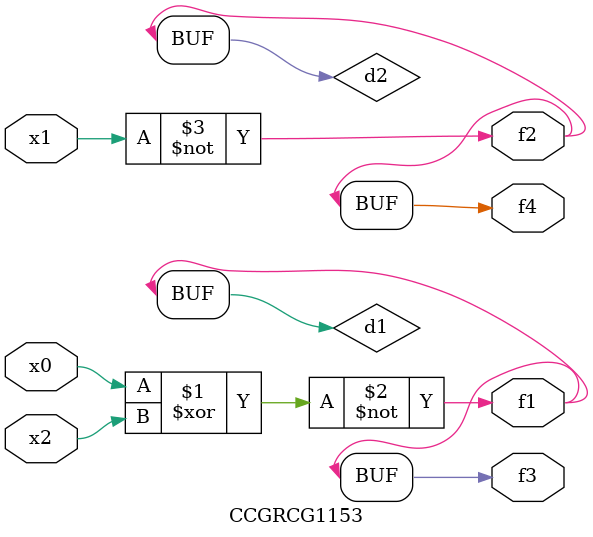
<source format=v>
module CCGRCG1153(
	input x0, x1, x2,
	output f1, f2, f3, f4
);

	wire d1, d2, d3;

	xnor (d1, x0, x2);
	nand (d2, x1);
	nor (d3, x1, x2);
	assign f1 = d1;
	assign f2 = d2;
	assign f3 = d1;
	assign f4 = d2;
endmodule

</source>
